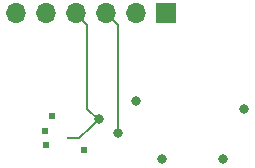
<source format=gbr>
%TF.GenerationSoftware,KiCad,Pcbnew,(6.0.7)*%
%TF.CreationDate,2023-01-24T00:42:55-08:00*%
%TF.ProjectId,Sensors,53656e73-6f72-4732-9e6b-696361645f70,rev?*%
%TF.SameCoordinates,Original*%
%TF.FileFunction,Copper,L4,Bot*%
%TF.FilePolarity,Positive*%
%FSLAX46Y46*%
G04 Gerber Fmt 4.6, Leading zero omitted, Abs format (unit mm)*
G04 Created by KiCad (PCBNEW (6.0.7)) date 2023-01-24 00:42:55*
%MOMM*%
%LPD*%
G01*
G04 APERTURE LIST*
%TA.AperFunction,ComponentPad*%
%ADD10R,1.700000X1.700000*%
%TD*%
%TA.AperFunction,ComponentPad*%
%ADD11O,1.700000X1.700000*%
%TD*%
%TA.AperFunction,ViaPad*%
%ADD12C,0.800000*%
%TD*%
%TA.AperFunction,ViaPad*%
%ADD13C,0.609600*%
%TD*%
%TA.AperFunction,ViaPad*%
%ADD14C,0.203200*%
%TD*%
%TA.AperFunction,Conductor*%
%ADD15C,0.152400*%
%TD*%
G04 APERTURE END LIST*
D10*
%TO.P,J1,1,Pin_1*%
%TO.N,Net-(U01-Pad13)*%
X106778163Y-49513787D03*
D11*
%TO.P,J1,2,Pin_2*%
%TO.N,Net-(U01-Pad14)*%
X104238163Y-49513787D03*
%TO.P,J1,3,Pin_3*%
%TO.N,Net-(U01-Pad3)*%
X101698163Y-49513787D03*
%TO.P,J1,4,Pin_4*%
%TO.N,Net-(U01-Pad2)*%
X99158163Y-49513787D03*
%TO.P,J1,5,Pin_5*%
%TO.N,GND*%
X96618163Y-49513787D03*
%TO.P,J1,6,Pin_6*%
%TO.N,3.3V*%
X94078163Y-49513787D03*
%TD*%
D12*
%TO.N,Net-(U01-Pad3)*%
X102697104Y-59624420D03*
%TO.N,Net-(U01-Pad2)*%
X101116641Y-58476961D03*
%TO.N,GND*%
X104255917Y-56896498D03*
%TO.N,3.3V*%
X106435814Y-61829107D03*
X113400556Y-57614340D03*
%TO.N,GND*%
X111631856Y-61857974D03*
D13*
%TO.N,3.3V*%
X96636712Y-60617584D03*
X97155398Y-58228121D03*
%TO.N,GND*%
X99826028Y-61033766D03*
X96535725Y-59454438D03*
D14*
%TO.N,Net-(U01-Pad2)*%
X98498057Y-60088459D03*
%TD*%
D15*
%TO.N,Net-(U01-Pad3)*%
X102697104Y-50512728D02*
X101698163Y-49513787D01*
X102697104Y-59624420D02*
X102697104Y-50512728D01*
%TO.N,Net-(U01-Pad2)*%
X101074567Y-58519035D02*
X101116641Y-58476961D01*
X101052916Y-58519035D02*
X101074567Y-58519035D01*
X100099083Y-50454707D02*
X99158163Y-49513787D01*
X100099083Y-57565202D02*
X100099083Y-50454707D01*
X101052916Y-58519035D02*
X100099083Y-57565202D01*
X101052916Y-58519035D02*
X100983541Y-58519035D01*
X100983541Y-58519035D02*
X100408726Y-59093850D01*
X100408726Y-59093850D02*
X100648303Y-58854273D01*
X99414117Y-60088459D02*
X100408726Y-59093850D01*
X98498057Y-60088459D02*
X99414117Y-60088459D01*
%TD*%
M02*

</source>
